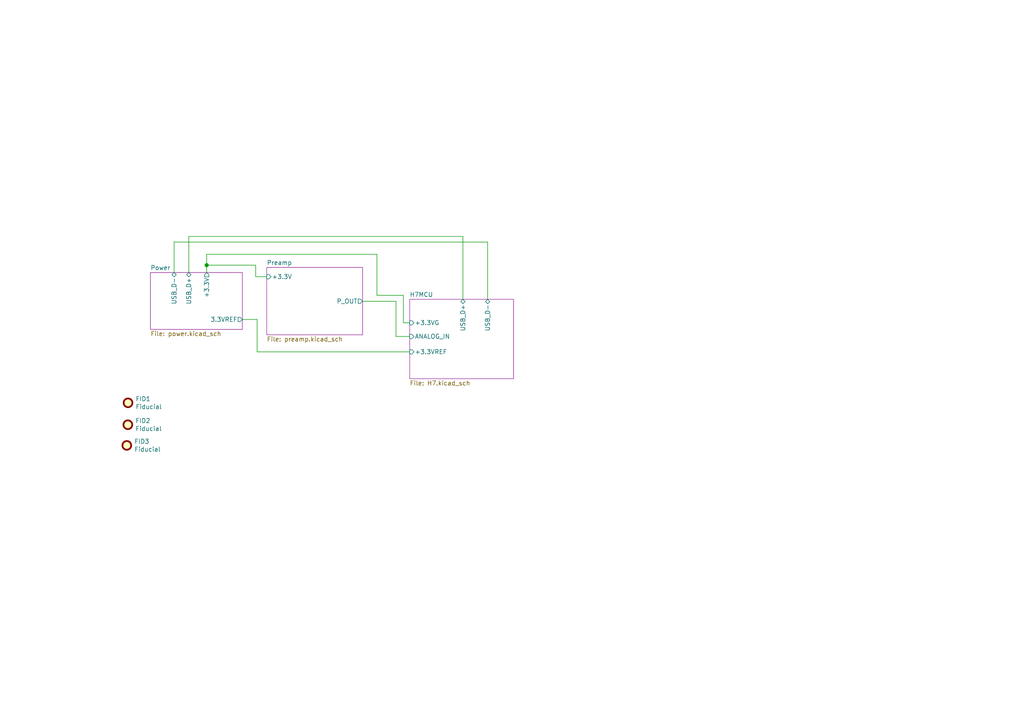
<source format=kicad_sch>
(kicad_sch (version 20201015) (generator eeschema)
  (paper "A4")
  (title_block (title "PorpDAQ Board - Top Level"))
  (lib_symbols
    (symbol "Mechanical:Fiducial"
      (property "Reference" "FID" (at 0 5.08 0))
      (property "Value" "Fiducial" (at 0 3.175 0))
      (symbol "Fiducial_0_1"
        (circle (center 0 0) (radius 1.27) (stroke (width 0.508)) (fill (type background)))
      )
    )
  )
  (junction (at 59.944 76.9112) (diameter 1.016))
  (wire (pts (xy 50.4952 70.2056) (xy 141.4272 70.2056)))
  (wire (pts (xy 50.4952 79.0448) (xy 50.4952 70.2056)))
  (wire (pts (xy 54.7624 68.58) (xy 54.7624 79.0448)))
  (wire (pts (xy 59.944 73.7616) (xy 109.3216 73.7616)))
  (wire (pts (xy 59.944 76.9112) (xy 59.944 73.7616)))
  (wire (pts (xy 59.944 79.0448) (xy 59.944 76.9112)))
  (wire (pts (xy 70.3072 92.6592) (xy 74.5744 92.6592)))
  (wire (pts (xy 74.168 76.9112) (xy 59.944 76.9112)))
  (wire (pts (xy 74.168 80.264) (xy 74.168 76.9112)))
  (wire (pts (xy 74.5744 92.6592) (xy 74.5744 102.0572)))
  (wire (pts (xy 74.5744 102.0572) (xy 118.8212 102.0572)))
  (wire (pts (xy 77.3684 80.264) (xy 74.168 80.264)))
  (wire (pts (xy 105.156 87.376) (xy 114.8588 87.376)))
  (wire (pts (xy 109.3216 73.7616) (xy 109.3216 85.6488)))
  (wire (pts (xy 109.3216 85.6488) (xy 116.9924 85.6488)))
  (wire (pts (xy 114.8588 87.376) (xy 114.8588 97.5868)))
  (wire (pts (xy 114.8588 97.5868) (xy 118.8212 97.5868)))
  (wire (pts (xy 116.9924 85.6488) (xy 116.9924 93.6244)))
  (wire (pts (xy 116.9924 93.6244) (xy 118.8212 93.6244)))
  (wire (pts (xy 134.2644 68.58) (xy 54.7624 68.58)))
  (wire (pts (xy 134.2644 68.58) (xy 134.2644 86.8172)))
  (wire (pts (xy 141.4272 86.8172) (xy 141.4272 70.2056)))
  (symbol (lib_id "Mechanical:Fiducial") (at 36.7792 129.1844 0) (unit 1)
    (property "Reference" "FID3" (at 38.9383 128.035 0) (effects (justify left)))
    (property "Value" "Fiducial" (at 38.9383 130.3337 0) (effects (justify left)))
    (property "Footprint" "Fiducial:Fiducial_0.5mm_Mask1.5mm" (effects hide))
  )
  (symbol (lib_id "Mechanical:Fiducial") (at 37.084 123.19 0) (unit 1)
    (property "Reference" "FID2" (at 39.2431 122.0406 0) (effects (justify left)))
    (property "Value" "Fiducial" (at 39.2431 124.3393 0) (effects (justify left)))
    (property "Footprint" "Fiducial:Fiducial_0.5mm_Mask1.5mm" (effects hide))
  )
  (symbol (lib_id "Mechanical:Fiducial") (at 37.1348 116.84 0) (unit 1)
    (property "Reference" "FID1" (at 39.2939 115.6906 0) (effects (justify left)))
    (property "Value" "Fiducial" (at 39.2939 117.9893 0) (effects (justify left)))
    (property "Footprint" "Fiducial:Fiducial_0.5mm_Mask1.5mm" (effects hide))
  )
  (sheet (at 118.8212 86.8172) (size 30.1244 23.0632) (stroke (width 0.001) (color 132 0 132 1)) (fill (color 255 255 255 0.0000))
    (property "Sheet name" "H7MCU" (at 118.8212 86.1813 0) (effects (justify left bottom)))
    (property "Sheet file" "H7.kicad_sch" (at 118.8212 110.3893 0) (effects (justify left top)))
    (pin "+3.3VG" input (at 118.8212 93.6244 180))
    (pin "ANALOG_IN" input (at 118.8212 97.5868 180))
    (pin "+3.3VREF" input (at 118.8212 102.0572 180))
    (pin "USB_D+" bidirectional (at 134.2644 86.8172 90))
    (pin "USB_D-" bidirectional (at 141.4272 86.8172 90))
  )
  (sheet (at 43.6372 79.0448) (size 26.67 16.51) (stroke (width 0.001) (color 132 0 132 1)) (fill (color 255 255 255 0.0000))
    (property "Sheet name" "Power" (at 43.6372 78.4089 0) (effects (justify left bottom)))
    (property "Sheet file" "power.kicad_sch" (at 43.6372 96.0637 0) (effects (justify left top)))
    (pin "+3.3V" output (at 59.944 79.0448 90))
    (pin "3.3VREF" output (at 70.3072 92.6592 0))
    (pin "USB_D+" bidirectional (at 54.7624 79.0448 90))
    (pin "USB_D-" bidirectional (at 50.4952 79.0448 90))
  )
  (sheet (at 77.3684 77.5716) (size 27.7876 19.558) (stroke (width 0.001) (color 132 0 132 1)) (fill (color 255 255 255 0.0000))
    (property "Sheet name" "Preamp" (at 77.3684 76.9357 0) (effects (justify left bottom)))
    (property "Sheet file" "preamp.kicad_sch" (at 77.3684 97.6385 0) (effects (justify left top)))
    (pin "+3.3V" input (at 77.3684 80.264 180))
    (pin "P_OUT" output (at 105.156 87.376 0))
  )
)
</source>
